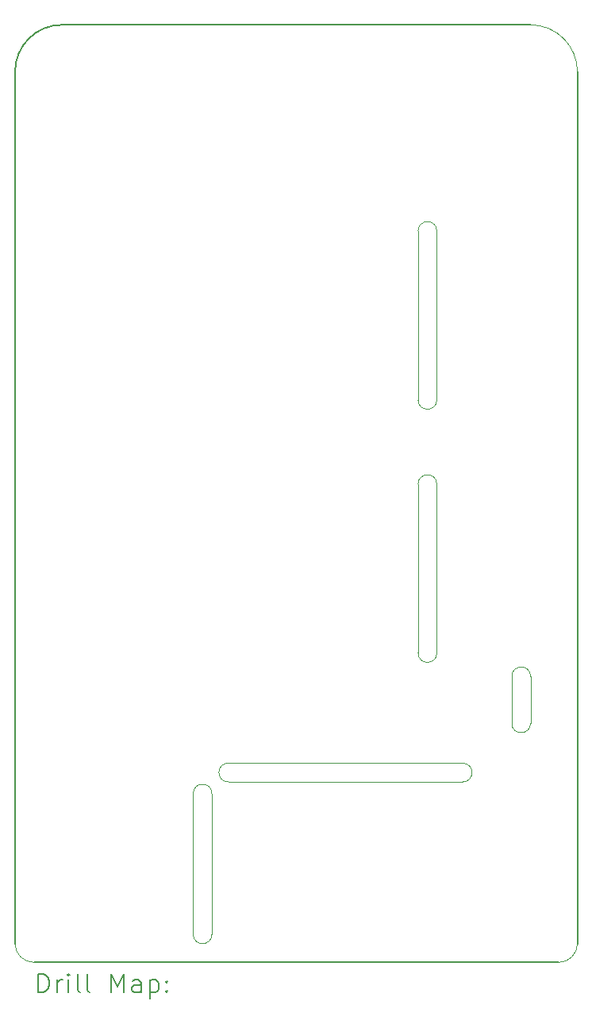
<source format=gbr>
%TF.GenerationSoftware,KiCad,Pcbnew,(6.0.11-0)*%
%TF.CreationDate,2025-05-14T22:18:46-06:00*%
%TF.ProjectId,AnalogPCB,416e616c-6f67-4504-9342-2e6b69636164,rev?*%
%TF.SameCoordinates,Original*%
%TF.FileFunction,Drillmap*%
%TF.FilePolarity,Positive*%
%FSLAX45Y45*%
G04 Gerber Fmt 4.5, Leading zero omitted, Abs format (unit mm)*
G04 Created by KiCad (PCBNEW (6.0.11-0)) date 2025-05-14 22:18:46*
%MOMM*%
%LPD*%
G01*
G04 APERTURE LIST*
%ADD10C,0.100000*%
%ADD11C,0.200000*%
G04 APERTURE END LIST*
D10*
X9300000Y-9000000D02*
G75*
G03*
X9500000Y-9000000I100000J0D01*
G01*
X9500000Y-9900000D02*
X9500000Y-11700000D01*
X11000000Y-5500000D02*
G75*
G03*
X10500000Y-5000000I-500000J0D01*
G01*
X6900000Y-14700000D02*
X6900000Y-13200000D01*
X10800000Y-15000000D02*
G75*
G03*
X11000000Y-14800000I0J200000D01*
G01*
D11*
X10500000Y-5000000D02*
X5500000Y-5000000D01*
D10*
X7100000Y-13200000D02*
X7100000Y-14700000D01*
X9775000Y-13075000D02*
X7275000Y-13075000D01*
X9500000Y-7200000D02*
X9500000Y-9000000D01*
D11*
X5500000Y-5000000D02*
G75*
G03*
X5000000Y-5500000I0J-500000D01*
G01*
D10*
X9300000Y-11700000D02*
G75*
G03*
X9500000Y-11700000I100000J0D01*
G01*
X9775000Y-13075000D02*
G75*
G03*
X9775000Y-12875000I0J100000D01*
G01*
X9500000Y-9900000D02*
G75*
G03*
X9300000Y-9900000I-100000J0D01*
G01*
X9500000Y-7200000D02*
G75*
G03*
X9300000Y-7200000I-100000J0D01*
G01*
D11*
X5200000Y-15000000D02*
X10800000Y-15000000D01*
D10*
X10500000Y-11950000D02*
G75*
G03*
X10300000Y-11950000I-100000J0D01*
G01*
X7275000Y-12875000D02*
G75*
G03*
X7275000Y-13075000I0J-100000D01*
G01*
X10500000Y-11950000D02*
X10500000Y-12450000D01*
X7100000Y-13200000D02*
G75*
G03*
X6900000Y-13200000I-100000J0D01*
G01*
X5000000Y-14800000D02*
G75*
G03*
X5200000Y-15000000I200000J0D01*
G01*
D11*
X11000000Y-14800000D02*
X11000000Y-5500000D01*
D10*
X7275000Y-12875000D02*
X9775000Y-12875000D01*
X10300000Y-12450000D02*
G75*
G03*
X10500000Y-12450000I100000J0D01*
G01*
D11*
X5000000Y-5500000D02*
X5000000Y-14800000D01*
D10*
X10300000Y-11950000D02*
X10300000Y-12450000D01*
X9300000Y-9000000D02*
X9300000Y-7200000D01*
X6900000Y-14700000D02*
G75*
G03*
X7100000Y-14700000I100000J0D01*
G01*
X9300000Y-11700000D02*
X9300000Y-9900000D01*
D11*
X5247619Y-15320476D02*
X5247619Y-15120476D01*
X5295238Y-15120476D01*
X5323810Y-15130000D01*
X5342857Y-15149048D01*
X5352381Y-15168095D01*
X5361905Y-15206190D01*
X5361905Y-15234762D01*
X5352381Y-15272857D01*
X5342857Y-15291905D01*
X5323810Y-15310952D01*
X5295238Y-15320476D01*
X5247619Y-15320476D01*
X5447619Y-15320476D02*
X5447619Y-15187143D01*
X5447619Y-15225238D02*
X5457143Y-15206190D01*
X5466667Y-15196667D01*
X5485714Y-15187143D01*
X5504762Y-15187143D01*
X5571429Y-15320476D02*
X5571429Y-15187143D01*
X5571429Y-15120476D02*
X5561905Y-15130000D01*
X5571429Y-15139524D01*
X5580952Y-15130000D01*
X5571429Y-15120476D01*
X5571429Y-15139524D01*
X5695238Y-15320476D02*
X5676190Y-15310952D01*
X5666667Y-15291905D01*
X5666667Y-15120476D01*
X5800000Y-15320476D02*
X5780952Y-15310952D01*
X5771428Y-15291905D01*
X5771428Y-15120476D01*
X6028571Y-15320476D02*
X6028571Y-15120476D01*
X6095238Y-15263333D01*
X6161905Y-15120476D01*
X6161905Y-15320476D01*
X6342857Y-15320476D02*
X6342857Y-15215714D01*
X6333333Y-15196667D01*
X6314286Y-15187143D01*
X6276190Y-15187143D01*
X6257143Y-15196667D01*
X6342857Y-15310952D02*
X6323809Y-15320476D01*
X6276190Y-15320476D01*
X6257143Y-15310952D01*
X6247619Y-15291905D01*
X6247619Y-15272857D01*
X6257143Y-15253809D01*
X6276190Y-15244286D01*
X6323809Y-15244286D01*
X6342857Y-15234762D01*
X6438095Y-15187143D02*
X6438095Y-15387143D01*
X6438095Y-15196667D02*
X6457143Y-15187143D01*
X6495238Y-15187143D01*
X6514286Y-15196667D01*
X6523809Y-15206190D01*
X6533333Y-15225238D01*
X6533333Y-15282381D01*
X6523809Y-15301428D01*
X6514286Y-15310952D01*
X6495238Y-15320476D01*
X6457143Y-15320476D01*
X6438095Y-15310952D01*
X6619048Y-15301428D02*
X6628571Y-15310952D01*
X6619048Y-15320476D01*
X6609524Y-15310952D01*
X6619048Y-15301428D01*
X6619048Y-15320476D01*
X6619048Y-15196667D02*
X6628571Y-15206190D01*
X6619048Y-15215714D01*
X6609524Y-15206190D01*
X6619048Y-15196667D01*
X6619048Y-15215714D01*
M02*

</source>
